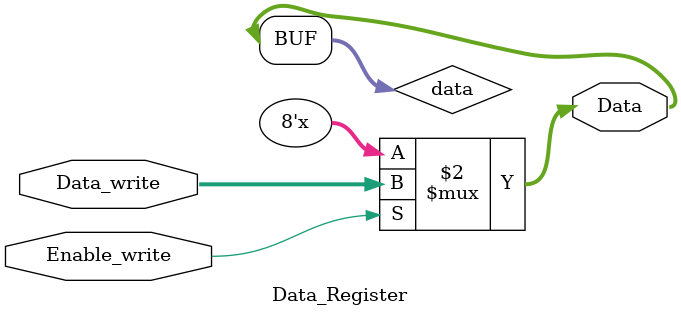
<source format=v>
module Data_Register(
	input Enable_write,
	input [7:0]Data_write,
	output [7:0]Data
    );
	 
	 //inside
	 reg[7:0] data;
	 assign Data = data;
	 always@(*)
		if(Enable_write)
			data <= Data_write;


endmodule

</source>
